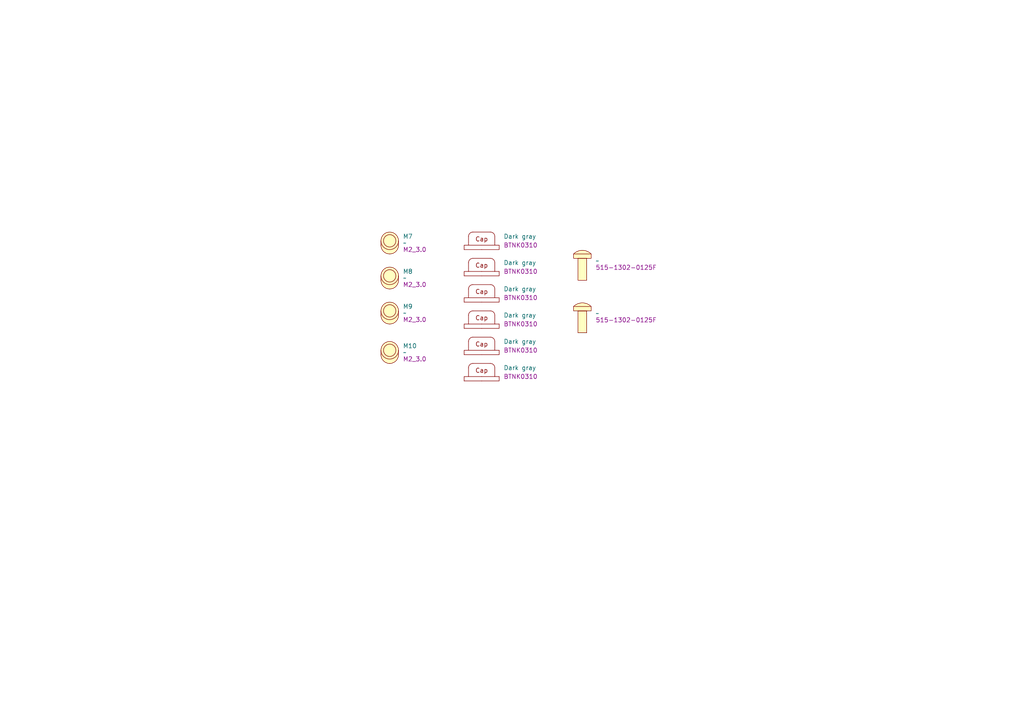
<source format=kicad_sch>
(kicad_sch (version 20250114) (generator "eeschema") (generator_version "9.0")
  (paper "A4")
  (title_block (title "Nordic Clicker - front panel") (date "2025-02-08") (rev "A"))
  (lib_symbols
    (symbol "KiPLM:MEC/MEC-0000-0310"
      (property "Value" "Dark gray" (at 0 -1.27 0))
      (property "MPN" "BTNK0310" (at 0 0 0))
      (symbol "MEC/MEC-0000-0310_0_1"
        (polyline (pts (xy -5.08 0) (xy -5.08 1.27) (xy 0 1.27)))
        (polyline (pts (xy -3.81 1.27) (xy -3.81 3.81)))
        (polyline (pts (xy -2.54 5.08) (xy 2.54 5.08)))
        (arc (start -3.81 3.81) (mid -3.438 4.708) (end -2.54 5.08))
        (polyline (pts (xy 0 0) (xy -5.08 0)))
        (arc (start 2.54 5.08) (mid 3.438 4.708) (end 3.81 3.81))
        (polyline (pts (xy 3.81 1.27) (xy 3.81 3.81)))
        (polyline (pts (xy 5.08 1.27) (xy 0 1.27)))
        (polyline (pts (xy 5.08 1.27) (xy 5.08 0) (xy 0 0)))
      )
      (symbol "MEC/MEC-0000-0310_1_0"
        (text "Cap" (at 0 3.048 0) (effects (font (size 1.27 1.27))))
      )
    )
    (symbol "KiPLM:MEC/MEC-0004-2012"
      (property "MPN" "515-1302-0125F" (at 0 0 0))
      (symbol "MEC/MEC-0004-2012_0_1"
        (rectangle (start -1.27 2.54) (end 1.27 -3.81) (fill (type background)))
        (rectangle (start 1.27 -2.54) (end 1.27 -2.54))
      )
      (symbol "MEC/MEC-0004-2012_1_1"
        (rectangle (start -2.54 3.81) (end 2.54 2.54) (fill (type background)))
        (arc (start -2.54 3.81) (mid 0 4.8621) (end 2.54 3.81) (fill (type background)))
      )
    )
    (symbol "KiPLM:MEC/MEC-0005-30M2"
      (property "Reference" "M" (at 0 0 0))
      (property "MPN" "M2_3.0" (at 0 0 0))
      (symbol "MEC/MEC-0005-30M2_1_1"
        (polyline (pts (xy -2.54 -1.27) (xy -2.54 0)))
        (arc (start 0 -3.81) (mid -1.7961 -3.0661) (end -2.54 -1.27))
        (circle (center 0 0) (radius 1.7961) (fill (type color) (color 255 255 255 1)))
        (circle (center 0 0) (radius 2.54) (fill (type background)))
        (circle (center 0 -1.27) (radius 2.54) (stroke (width -0.0001)) (fill (type background)))
        (arc (start 2.54 -1.27) (mid 1.7961 -3.0661) (end 0 -3.81))
        (polyline (pts (xy 2.54 -1.27) (xy 2.54 0)))
      )
    )
  )
  (symbol (lib_id "KiPLM:MEC/MEC-0005-30M2") (at 113.03 90.17 0) (unit 1)
    (property "Reference" "M9" (at 116.84 88.8999 0) (effects (justify left)))
    (property "Value" "~" (at 116.84 90.805 0) (effects (justify left)))
    (property "Footprint" "KiPLM_Footprints:Threaded_Insert_M2_3.0mm_SMT" (effects (hide yes)))
    (property "Datasheet" "https://cnckitchen.store/products/heat-set-insert-m2-x-3-100-pieces" (effects (hide yes)))
    (property "Description" "Threaded insert for 3D printing, brass, M2, L=3.0 mm" (effects (hide yes)))
    (property "IPN" "MEC-0005-30M2" (effects (hide yes)))
    (property "MPN" "M2_3.0" (at 116.84 92.7099 0) (effects (justify left)))
    (property "Manufacturer" "CNCKitchen" (effects (hide yes)))
    (property "Symbol" "KiPLM_Symbols:Threaded_Insert" (effects (hide yes)))
  )
  (symbol (lib_id "KiPLM:MEC/MEC-0000-0310") (at 139.7 110.49 0) (unit 1)
    (property "Reference" "M6" (effects (hide yes)))
    (property "Value" "Dark gray" (at 146.05 106.6799 0) (effects (justify left)))
    (property "Footprint" "KiPLM_Footprints:BTNK03" (effects (hide yes)))
    (property "Datasheet" "https://www.ckswitches.com/media/1457/ksa_ksl.pdf" (effects (hide yes)))
    (property "Description" "Switch Cap 8.5 x 3.8 mm" (effects (hide yes)))
    (property "IPN" "MEC-0000-0310" (effects (hide yes)))
    (property "MPN" "BTNK0310" (at 146.05 109.2199 0) (effects (justify left)))
    (property "Manufacturer" "C&K Switches" (effects (hide yes)))
    (property "Symbol" "KiPLM_Symbols:BTNK03" (effects (hide yes)))
    (property "Mouser-PN" "611-BTNK0310" (effects (hide yes)))
    (property "DigiKey-PN" "BTNK0310-ND" (effects (hide yes)))
  )
  (symbol (lib_id "KiPLM:MEC/MEC-0000-0310") (at 139.7 102.87 0) (unit 1)
    (property "Reference" "M5" (effects (hide yes)))
    (property "Value" "Dark gray" (at 146.05 99.0599 0) (effects (justify left)))
    (property "Footprint" "KiPLM_Footprints:BTNK03" (effects (hide yes)))
    (property "Datasheet" "https://www.ckswitches.com/media/1457/ksa_ksl.pdf" (effects (hide yes)))
    (property "Description" "Switch Cap 8.5 x 3.8 mm" (effects (hide yes)))
    (property "IPN" "MEC-0000-0310" (effects (hide yes)))
    (property "MPN" "BTNK0310" (at 146.05 101.5999 0) (effects (justify left)))
    (property "Manufacturer" "C&K Switches" (effects (hide yes)))
    (property "Symbol" "KiPLM_Symbols:BTNK03" (effects (hide yes)))
    (property "Mouser-PN" "611-BTNK0310" (effects (hide yes)))
    (property "DigiKey-PN" "BTNK0310-ND" (effects (hide yes)))
  )
  (symbol (lib_id "KiPLM:MEC/MEC-0004-2012") (at 168.91 92.71 0) (unit 1)
    (property "Reference" "LP2" (effects (hide yes)))
    (property "Value" "~" (at 172.72 90.9139 0) (effects (justify left)))
    (property "Footprint" "KiPLM_Footprints:515-130X-XXXXF" (effects (hide yes)))
    (property "Datasheet" "https://www.mouser.it/datasheet/2/109/Dialight_CBI_data_515_OptoVPM_3mm-3082423.pdf" (effects (hide yes)))
    (property "Description" "LED Light Pipes PMVLPCONVEX LTPIPE 122 X 125 LG" (effects (hide yes)))
    (property "MPN" "515-1302-0125F" (at 172.72 92.8188 0) (effects (justify left)))
    (property "IPN" "MEC-0004-2012" (effects (hide yes)))
    (property "Manufacturer" "Dialight" (effects (hide yes)))
    (property "Symbol" "KiPLM_Symbols:LPC_Light_Pipe_Convex" (effects (hide yes)))
    (property "Mouser-PN" "645-515-1302-0125F" (effects (hide yes)))
  )
  (symbol (lib_id "KiPLM:MEC/MEC-0005-30M2") (at 113.03 80.01 0) (unit 1)
    (property "Reference" "M8" (at 116.84 78.7399 0) (effects (justify left)))
    (property "Value" "~" (at 116.84 80.645 0) (effects (justify left)))
    (property "Footprint" "KiPLM_Footprints:Threaded_Insert_M2_3.0mm_SMT" (effects (hide yes)))
    (property "Datasheet" "https://cnckitchen.store/products/heat-set-insert-m2-x-3-100-pieces" (effects (hide yes)))
    (property "Description" "Threaded insert for 3D printing, brass, M2, L=3.0 mm" (effects (hide yes)))
    (property "IPN" "MEC-0005-30M2" (effects (hide yes)))
    (property "MPN" "M2_3.0" (at 116.84 82.5499 0) (effects (justify left)))
    (property "Manufacturer" "CNCKitchen" (effects (hide yes)))
    (property "Symbol" "KiPLM_Symbols:Threaded_Insert" (effects (hide yes)))
  )
  (symbol (lib_id "KiPLM:MEC/MEC-0005-30M2") (at 113.03 101.6 0) (unit 1)
    (property "Reference" "M10" (at 116.84 100.3299 0) (effects (justify left)))
    (property "Value" "~" (at 116.84 102.235 0) (effects (justify left)))
    (property "Footprint" "KiPLM_Footprints:Threaded_Insert_M2_3.0mm_SMT" (effects (hide yes)))
    (property "Datasheet" "https://cnckitchen.store/products/heat-set-insert-m2-x-3-100-pieces" (effects (hide yes)))
    (property "Description" "Threaded insert for 3D printing, brass, M2, L=3.0 mm" (effects (hide yes)))
    (property "IPN" "MEC-0005-30M2" (effects (hide yes)))
    (property "MPN" "M2_3.0" (at 116.84 104.1399 0) (effects (justify left)))
    (property "Manufacturer" "CNCKitchen" (effects (hide yes)))
    (property "Symbol" "KiPLM_Symbols:Threaded_Insert" (effects (hide yes)))
  )
  (symbol (lib_id "KiPLM:MEC/MEC-0004-2012") (at 168.91 77.47 0) (unit 1)
    (property "Reference" "LP1" (effects (hide yes)))
    (property "Value" "~" (at 172.72 75.6739 0) (effects (justify left)))
    (property "Footprint" "KiPLM_Footprints:515-130X-XXXXF" (effects (hide yes)))
    (property "Datasheet" "https://www.mouser.it/datasheet/2/109/Dialight_CBI_data_515_OptoVPM_3mm-3082423.pdf" (effects (hide yes)))
    (property "Description" "LED Light Pipes PMVLPCONVEX LTPIPE 122 X 125 LG" (effects (hide yes)))
    (property "MPN" "515-1302-0125F" (at 172.72 77.5788 0) (effects (justify left)))
    (property "IPN" "MEC-0004-2012" (effects (hide yes)))
    (property "Manufacturer" "Dialight" (effects (hide yes)))
    (property "Symbol" "KiPLM_Symbols:LPC_Light_Pipe_Convex" (effects (hide yes)))
    (property "Mouser-PN" "645-515-1302-0125F" (effects (hide yes)))
  )
  (symbol (lib_id "KiPLM:MEC/MEC-0000-0310") (at 139.7 80.01 0) (unit 1)
    (property "Reference" "M3" (effects (hide yes)))
    (property "Value" "Dark gray" (at 146.05 76.1999 0) (effects (justify left)))
    (property "Footprint" "KiPLM_Footprints:BTNK03" (effects (hide yes)))
    (property "Datasheet" "https://www.ckswitches.com/media/1457/ksa_ksl.pdf" (effects (hide yes)))
    (property "Description" "Switch Cap 8.5 x 3.8 mm" (effects (hide yes)))
    (property "IPN" "MEC-0000-0310" (effects (hide yes)))
    (property "MPN" "BTNK0310" (at 146.05 78.7399 0) (effects (justify left)))
    (property "Manufacturer" "C&K Switches" (effects (hide yes)))
    (property "Symbol" "KiPLM_Symbols:BTNK03" (effects (hide yes)))
    (property "Mouser-PN" "611-BTNK0310" (effects (hide yes)))
    (property "DigiKey-PN" "BTNK0310-ND" (effects (hide yes)))
  )
  (symbol (lib_id "KiPLM:MEC/MEC-0000-0310") (at 139.7 95.25 0) (unit 1)
    (property "Reference" "M4" (effects (hide yes)))
    (property "Value" "Dark gray" (at 146.05 91.4399 0) (effects (justify left)))
    (property "Footprint" "KiPLM_Footprints:BTNK03" (effects (hide yes)))
    (property "Datasheet" "https://www.ckswitches.com/media/1457/ksa_ksl.pdf" (effects (hide yes)))
    (property "Description" "Switch Cap 8.5 x 3.8 mm" (effects (hide yes)))
    (property "IPN" "MEC-0000-0310" (effects (hide yes)))
    (property "MPN" "BTNK0310" (at 146.05 93.9799 0) (effects (justify left)))
    (property "Manufacturer" "C&K Switches" (effects (hide yes)))
    (property "Symbol" "KiPLM_Symbols:BTNK03" (effects (hide yes)))
    (property "Mouser-PN" "611-BTNK0310" (effects (hide yes)))
    (property "DigiKey-PN" "BTNK0310-ND" (effects (hide yes)))
  )
  (symbol (lib_id "KiPLM:MEC/MEC-0000-0310") (at 139.7 87.63 0) (unit 1)
    (property "Reference" "M2" (effects (hide yes)))
    (property "Value" "Dark gray" (at 146.05 83.8199 0) (effects (justify left)))
    (property "Footprint" "KiPLM_Footprints:BTNK03" (effects (hide yes)))
    (property "Datasheet" "https://www.ckswitches.com/media/1457/ksa_ksl.pdf" (effects (hide yes)))
    (property "Description" "Switch Cap 8.5 x 3.8 mm" (effects (hide yes)))
    (property "IPN" "MEC-0000-0310" (effects (hide yes)))
    (property "MPN" "BTNK0310" (at 146.05 86.3599 0) (effects (justify left)))
    (property "Manufacturer" "C&K Switches" (effects (hide yes)))
    (property "Symbol" "KiPLM_Symbols:BTNK03" (effects (hide yes)))
    (property "Mouser-PN" "611-BTNK0310" (effects (hide yes)))
    (property "DigiKey-PN" "BTNK0310-ND" (effects (hide yes)))
  )
  (symbol (lib_id "KiPLM:MEC/MEC-0000-0310") (at 139.7 72.39 0) (unit 1)
    (property "Reference" "M1" (effects (hide yes)))
    (property "Value" "Dark gray" (at 146.05 68.5799 0) (effects (justify left)))
    (property "Footprint" "KiPLM_Footprints:BTNK03" (effects (hide yes)))
    (property "Datasheet" "https://www.ckswitches.com/media/1457/ksa_ksl.pdf" (effects (hide yes)))
    (property "Description" "Switch Cap 8.5 x 3.8 mm" (effects (hide yes)))
    (property "IPN" "MEC-0000-0310" (effects (hide yes)))
    (property "MPN" "BTNK0310" (at 146.05 71.1199 0) (effects (justify left)))
    (property "Manufacturer" "C&K Switches" (effects (hide yes)))
    (property "Symbol" "KiPLM_Symbols:BTNK03" (effects (hide yes)))
    (property "Mouser-PN" "611-BTNK0310" (effects (hide yes)))
    (property "DigiKey-PN" "BTNK0310-ND" (effects (hide yes)))
  )
  (symbol (lib_id "KiPLM:MEC/MEC-0005-30M2") (at 113.03 69.85 0) (unit 1)
    (property "Reference" "M7" (at 116.84 68.5799 0) (effects (justify left)))
    (property "Value" "~" (at 116.84 70.485 0) (effects (justify left)))
    (property "Footprint" "KiPLM_Footprints:Threaded_Insert_M2_3.0mm_SMT" (effects (hide yes)))
    (property "Datasheet" "https://cnckitchen.store/products/heat-set-insert-m2-x-3-100-pieces" (effects (hide yes)))
    (property "Description" "Threaded insert for 3D printing, brass, M2, L=3.0 mm" (effects (hide yes)))
    (property "IPN" "MEC-0005-30M2" (effects (hide yes)))
    (property "MPN" "M2_3.0" (at 116.84 72.3899 0) (effects (justify left)))
    (property "Manufacturer" "CNCKitchen" (effects (hide yes)))
    (property "Symbol" "KiPLM_Symbols:Threaded_Insert" (effects (hide yes)))
  )
)
</source>
